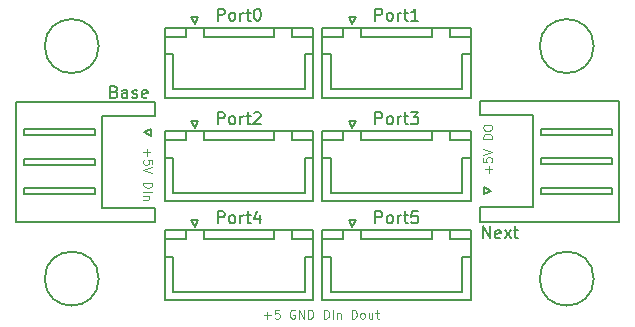
<source format=gbr>
G04 #@! TF.FileFunction,Legend,Top*
%FSLAX46Y46*%
G04 Gerber Fmt 4.6, Leading zero omitted, Abs format (unit mm)*
G04 Created by KiCad (PCBNEW 4.0.2+e4-6225~38~ubuntu15.04.1-stable) date di 02 aug 2016 05:28:45 CEST*
%MOMM*%
G01*
G04 APERTURE LIST*
%ADD10C,0.100000*%
%ADD11C,0.150000*%
G04 APERTURE END LIST*
D10*
X177536071Y-121842357D02*
X177536071Y-121270928D01*
X177821786Y-121556642D02*
X177250357Y-121556642D01*
X177071786Y-120556643D02*
X177071786Y-120913786D01*
X177428929Y-120949500D01*
X177393214Y-120913786D01*
X177357500Y-120842357D01*
X177357500Y-120663786D01*
X177393214Y-120592357D01*
X177428929Y-120556643D01*
X177500357Y-120520928D01*
X177678929Y-120520928D01*
X177750357Y-120556643D01*
X177786071Y-120592357D01*
X177821786Y-120663786D01*
X177821786Y-120842357D01*
X177786071Y-120913786D01*
X177750357Y-120949500D01*
X177071786Y-120306642D02*
X177821786Y-120056642D01*
X177071786Y-119806642D01*
X177821786Y-118985214D02*
X177071786Y-118985214D01*
X177071786Y-118806642D01*
X177107500Y-118699499D01*
X177178929Y-118628071D01*
X177250357Y-118592356D01*
X177393214Y-118556642D01*
X177500357Y-118556642D01*
X177643214Y-118592356D01*
X177714643Y-118628071D01*
X177786071Y-118699499D01*
X177821786Y-118806642D01*
X177821786Y-118985214D01*
X177071786Y-118092356D02*
X177071786Y-117949499D01*
X177107500Y-117878071D01*
X177178929Y-117806642D01*
X177321786Y-117770928D01*
X177571786Y-117770928D01*
X177714643Y-117806642D01*
X177786071Y-117878071D01*
X177821786Y-117949499D01*
X177821786Y-118092356D01*
X177786071Y-118163785D01*
X177714643Y-118235214D01*
X177571786Y-118270928D01*
X177321786Y-118270928D01*
X177178929Y-118235214D01*
X177107500Y-118163785D01*
X177071786Y-118092356D01*
X148599929Y-119840643D02*
X148599929Y-120412072D01*
X148314214Y-120126358D02*
X148885643Y-120126358D01*
X149064214Y-121126357D02*
X149064214Y-120769214D01*
X148707071Y-120733500D01*
X148742786Y-120769214D01*
X148778500Y-120840643D01*
X148778500Y-121019214D01*
X148742786Y-121090643D01*
X148707071Y-121126357D01*
X148635643Y-121162072D01*
X148457071Y-121162072D01*
X148385643Y-121126357D01*
X148349929Y-121090643D01*
X148314214Y-121019214D01*
X148314214Y-120840643D01*
X148349929Y-120769214D01*
X148385643Y-120733500D01*
X149064214Y-121376358D02*
X148314214Y-121626358D01*
X149064214Y-121876358D01*
X148314214Y-122697786D02*
X149064214Y-122697786D01*
X149064214Y-122876358D01*
X149028500Y-122983501D01*
X148957071Y-123054929D01*
X148885643Y-123090644D01*
X148742786Y-123126358D01*
X148635643Y-123126358D01*
X148492786Y-123090644D01*
X148421357Y-123054929D01*
X148349929Y-122983501D01*
X148314214Y-122876358D01*
X148314214Y-122697786D01*
X148314214Y-123447786D02*
X149064214Y-123447786D01*
X148814214Y-123804929D02*
X148314214Y-123804929D01*
X148742786Y-123804929D02*
X148778500Y-123840644D01*
X148814214Y-123912072D01*
X148814214Y-124019215D01*
X148778500Y-124090644D01*
X148707071Y-124126358D01*
X148314214Y-124126358D01*
X158518429Y-133911571D02*
X159089858Y-133911571D01*
X158804144Y-134197286D02*
X158804144Y-133625857D01*
X159804143Y-133447286D02*
X159447000Y-133447286D01*
X159411286Y-133804429D01*
X159447000Y-133768714D01*
X159518429Y-133733000D01*
X159697000Y-133733000D01*
X159768429Y-133768714D01*
X159804143Y-133804429D01*
X159839858Y-133875857D01*
X159839858Y-134054429D01*
X159804143Y-134125857D01*
X159768429Y-134161571D01*
X159697000Y-134197286D01*
X159518429Y-134197286D01*
X159447000Y-134161571D01*
X159411286Y-134125857D01*
X161125573Y-133483000D02*
X161054144Y-133447286D01*
X160947001Y-133447286D01*
X160839858Y-133483000D01*
X160768430Y-133554429D01*
X160732715Y-133625857D01*
X160697001Y-133768714D01*
X160697001Y-133875857D01*
X160732715Y-134018714D01*
X160768430Y-134090143D01*
X160839858Y-134161571D01*
X160947001Y-134197286D01*
X161018430Y-134197286D01*
X161125573Y-134161571D01*
X161161287Y-134125857D01*
X161161287Y-133875857D01*
X161018430Y-133875857D01*
X161482715Y-134197286D02*
X161482715Y-133447286D01*
X161911287Y-134197286D01*
X161911287Y-133447286D01*
X162268429Y-134197286D02*
X162268429Y-133447286D01*
X162447001Y-133447286D01*
X162554144Y-133483000D01*
X162625572Y-133554429D01*
X162661287Y-133625857D01*
X162697001Y-133768714D01*
X162697001Y-133875857D01*
X162661287Y-134018714D01*
X162625572Y-134090143D01*
X162554144Y-134161571D01*
X162447001Y-134197286D01*
X162268429Y-134197286D01*
X163589858Y-134197286D02*
X163589858Y-133447286D01*
X163768430Y-133447286D01*
X163875573Y-133483000D01*
X163947001Y-133554429D01*
X163982716Y-133625857D01*
X164018430Y-133768714D01*
X164018430Y-133875857D01*
X163982716Y-134018714D01*
X163947001Y-134090143D01*
X163875573Y-134161571D01*
X163768430Y-134197286D01*
X163589858Y-134197286D01*
X164339858Y-134197286D02*
X164339858Y-133447286D01*
X164697001Y-133697286D02*
X164697001Y-134197286D01*
X164697001Y-133768714D02*
X164732716Y-133733000D01*
X164804144Y-133697286D01*
X164911287Y-133697286D01*
X164982716Y-133733000D01*
X165018430Y-133804429D01*
X165018430Y-134197286D01*
X165947001Y-134197286D02*
X165947001Y-133447286D01*
X166125573Y-133447286D01*
X166232716Y-133483000D01*
X166304144Y-133554429D01*
X166339859Y-133625857D01*
X166375573Y-133768714D01*
X166375573Y-133875857D01*
X166339859Y-134018714D01*
X166304144Y-134090143D01*
X166232716Y-134161571D01*
X166125573Y-134197286D01*
X165947001Y-134197286D01*
X166804144Y-134197286D02*
X166732716Y-134161571D01*
X166697001Y-134125857D01*
X166661287Y-134054429D01*
X166661287Y-133840143D01*
X166697001Y-133768714D01*
X166732716Y-133733000D01*
X166804144Y-133697286D01*
X166911287Y-133697286D01*
X166982716Y-133733000D01*
X167018430Y-133768714D01*
X167054144Y-133840143D01*
X167054144Y-134054429D01*
X167018430Y-134125857D01*
X166982716Y-134161571D01*
X166911287Y-134197286D01*
X166804144Y-134197286D01*
X167697001Y-133697286D02*
X167697001Y-134197286D01*
X167375572Y-133697286D02*
X167375572Y-134090143D01*
X167411287Y-134161571D01*
X167482715Y-134197286D01*
X167589858Y-134197286D01*
X167661287Y-134161571D01*
X167697001Y-134125857D01*
X167947001Y-133697286D02*
X168232715Y-133697286D01*
X168054143Y-133447286D02*
X168054143Y-134090143D01*
X168089858Y-134161571D01*
X168161286Y-134197286D01*
X168232715Y-134197286D01*
D11*
X186436000Y-130810000D02*
G75*
G03X186436000Y-130810000I-2286000J0D01*
G01*
X186436000Y-111125000D02*
G75*
G03X186436000Y-111125000I-2286000J0D01*
G01*
X144526000Y-130810000D02*
G75*
G03X144526000Y-130810000I-2286000J0D01*
G01*
X144526000Y-111125000D02*
G75*
G03X144526000Y-111125000I-2286000J0D01*
G01*
X137525500Y-120927500D02*
X137525500Y-115827500D01*
X137525500Y-115827500D02*
X149325500Y-115827500D01*
X149325500Y-115827500D02*
X149325500Y-117027500D01*
X149325500Y-117027500D02*
X144825500Y-117027500D01*
X144825500Y-117027500D02*
X144825500Y-120927500D01*
X137525500Y-120927500D02*
X137525500Y-126027500D01*
X137525500Y-126027500D02*
X149325500Y-126027500D01*
X149325500Y-126027500D02*
X149325500Y-124827500D01*
X149325500Y-124827500D02*
X144825500Y-124827500D01*
X144825500Y-124827500D02*
X144825500Y-120927500D01*
X144175500Y-118177500D02*
X138175500Y-118177500D01*
X138175500Y-118177500D02*
X138175500Y-118677500D01*
X138175500Y-118677500D02*
X144175500Y-118677500D01*
X144175500Y-118677500D02*
X144175500Y-118177500D01*
X144175500Y-120677500D02*
X138175500Y-120677500D01*
X138175500Y-120677500D02*
X138175500Y-121177500D01*
X138175500Y-121177500D02*
X144175500Y-121177500D01*
X144175500Y-121177500D02*
X144175500Y-120677500D01*
X144175500Y-123177500D02*
X138175500Y-123177500D01*
X138175500Y-123177500D02*
X138175500Y-123677500D01*
X138175500Y-123677500D02*
X144175500Y-123677500D01*
X144175500Y-123677500D02*
X144175500Y-123177500D01*
X148375500Y-118427500D02*
X148975500Y-118127500D01*
X148975500Y-118127500D02*
X148975500Y-118727500D01*
X148975500Y-118727500D02*
X148375500Y-118427500D01*
X188610500Y-120880500D02*
X188610500Y-125980500D01*
X188610500Y-125980500D02*
X176810500Y-125980500D01*
X176810500Y-125980500D02*
X176810500Y-124780500D01*
X176810500Y-124780500D02*
X181310500Y-124780500D01*
X181310500Y-124780500D02*
X181310500Y-120880500D01*
X188610500Y-120880500D02*
X188610500Y-115780500D01*
X188610500Y-115780500D02*
X176810500Y-115780500D01*
X176810500Y-115780500D02*
X176810500Y-116980500D01*
X176810500Y-116980500D02*
X181310500Y-116980500D01*
X181310500Y-116980500D02*
X181310500Y-120880500D01*
X181960500Y-123630500D02*
X187960500Y-123630500D01*
X187960500Y-123630500D02*
X187960500Y-123130500D01*
X187960500Y-123130500D02*
X181960500Y-123130500D01*
X181960500Y-123130500D02*
X181960500Y-123630500D01*
X181960500Y-121130500D02*
X187960500Y-121130500D01*
X187960500Y-121130500D02*
X187960500Y-120630500D01*
X187960500Y-120630500D02*
X181960500Y-120630500D01*
X181960500Y-120630500D02*
X181960500Y-121130500D01*
X181960500Y-118630500D02*
X187960500Y-118630500D01*
X187960500Y-118630500D02*
X187960500Y-118130500D01*
X187960500Y-118130500D02*
X181960500Y-118130500D01*
X181960500Y-118130500D02*
X181960500Y-118630500D01*
X177760500Y-123380500D02*
X177160500Y-123680500D01*
X177160500Y-123680500D02*
X177160500Y-123080500D01*
X177160500Y-123080500D02*
X177760500Y-123380500D01*
X150104000Y-109564000D02*
X150104000Y-115514000D01*
X150104000Y-115514000D02*
X162704000Y-115514000D01*
X162704000Y-115514000D02*
X162704000Y-109564000D01*
X162704000Y-109564000D02*
X150104000Y-109564000D01*
X153404000Y-109564000D02*
X153404000Y-110314000D01*
X153404000Y-110314000D02*
X159404000Y-110314000D01*
X159404000Y-110314000D02*
X159404000Y-109564000D01*
X159404000Y-109564000D02*
X153404000Y-109564000D01*
X150104000Y-109564000D02*
X150104000Y-110314000D01*
X150104000Y-110314000D02*
X151904000Y-110314000D01*
X151904000Y-110314000D02*
X151904000Y-109564000D01*
X151904000Y-109564000D02*
X150104000Y-109564000D01*
X160904000Y-109564000D02*
X160904000Y-110314000D01*
X160904000Y-110314000D02*
X162704000Y-110314000D01*
X162704000Y-110314000D02*
X162704000Y-109564000D01*
X162704000Y-109564000D02*
X160904000Y-109564000D01*
X150104000Y-111814000D02*
X150854000Y-111814000D01*
X150854000Y-111814000D02*
X150854000Y-114764000D01*
X150854000Y-114764000D02*
X156404000Y-114764000D01*
X162704000Y-111814000D02*
X161954000Y-111814000D01*
X161954000Y-111814000D02*
X161954000Y-114764000D01*
X161954000Y-114764000D02*
X156404000Y-114764000D01*
X152654000Y-109264000D02*
X152354000Y-108664000D01*
X152354000Y-108664000D02*
X152954000Y-108664000D01*
X152954000Y-108664000D02*
X152654000Y-109264000D01*
X163439000Y-109564000D02*
X163439000Y-115514000D01*
X163439000Y-115514000D02*
X176039000Y-115514000D01*
X176039000Y-115514000D02*
X176039000Y-109564000D01*
X176039000Y-109564000D02*
X163439000Y-109564000D01*
X166739000Y-109564000D02*
X166739000Y-110314000D01*
X166739000Y-110314000D02*
X172739000Y-110314000D01*
X172739000Y-110314000D02*
X172739000Y-109564000D01*
X172739000Y-109564000D02*
X166739000Y-109564000D01*
X163439000Y-109564000D02*
X163439000Y-110314000D01*
X163439000Y-110314000D02*
X165239000Y-110314000D01*
X165239000Y-110314000D02*
X165239000Y-109564000D01*
X165239000Y-109564000D02*
X163439000Y-109564000D01*
X174239000Y-109564000D02*
X174239000Y-110314000D01*
X174239000Y-110314000D02*
X176039000Y-110314000D01*
X176039000Y-110314000D02*
X176039000Y-109564000D01*
X176039000Y-109564000D02*
X174239000Y-109564000D01*
X163439000Y-111814000D02*
X164189000Y-111814000D01*
X164189000Y-111814000D02*
X164189000Y-114764000D01*
X164189000Y-114764000D02*
X169739000Y-114764000D01*
X176039000Y-111814000D02*
X175289000Y-111814000D01*
X175289000Y-111814000D02*
X175289000Y-114764000D01*
X175289000Y-114764000D02*
X169739000Y-114764000D01*
X165989000Y-109264000D02*
X165689000Y-108664000D01*
X165689000Y-108664000D02*
X166289000Y-108664000D01*
X166289000Y-108664000D02*
X165989000Y-109264000D01*
X150104000Y-118327000D02*
X150104000Y-124277000D01*
X150104000Y-124277000D02*
X162704000Y-124277000D01*
X162704000Y-124277000D02*
X162704000Y-118327000D01*
X162704000Y-118327000D02*
X150104000Y-118327000D01*
X153404000Y-118327000D02*
X153404000Y-119077000D01*
X153404000Y-119077000D02*
X159404000Y-119077000D01*
X159404000Y-119077000D02*
X159404000Y-118327000D01*
X159404000Y-118327000D02*
X153404000Y-118327000D01*
X150104000Y-118327000D02*
X150104000Y-119077000D01*
X150104000Y-119077000D02*
X151904000Y-119077000D01*
X151904000Y-119077000D02*
X151904000Y-118327000D01*
X151904000Y-118327000D02*
X150104000Y-118327000D01*
X160904000Y-118327000D02*
X160904000Y-119077000D01*
X160904000Y-119077000D02*
X162704000Y-119077000D01*
X162704000Y-119077000D02*
X162704000Y-118327000D01*
X162704000Y-118327000D02*
X160904000Y-118327000D01*
X150104000Y-120577000D02*
X150854000Y-120577000D01*
X150854000Y-120577000D02*
X150854000Y-123527000D01*
X150854000Y-123527000D02*
X156404000Y-123527000D01*
X162704000Y-120577000D02*
X161954000Y-120577000D01*
X161954000Y-120577000D02*
X161954000Y-123527000D01*
X161954000Y-123527000D02*
X156404000Y-123527000D01*
X152654000Y-118027000D02*
X152354000Y-117427000D01*
X152354000Y-117427000D02*
X152954000Y-117427000D01*
X152954000Y-117427000D02*
X152654000Y-118027000D01*
X163439000Y-118327000D02*
X163439000Y-124277000D01*
X163439000Y-124277000D02*
X176039000Y-124277000D01*
X176039000Y-124277000D02*
X176039000Y-118327000D01*
X176039000Y-118327000D02*
X163439000Y-118327000D01*
X166739000Y-118327000D02*
X166739000Y-119077000D01*
X166739000Y-119077000D02*
X172739000Y-119077000D01*
X172739000Y-119077000D02*
X172739000Y-118327000D01*
X172739000Y-118327000D02*
X166739000Y-118327000D01*
X163439000Y-118327000D02*
X163439000Y-119077000D01*
X163439000Y-119077000D02*
X165239000Y-119077000D01*
X165239000Y-119077000D02*
X165239000Y-118327000D01*
X165239000Y-118327000D02*
X163439000Y-118327000D01*
X174239000Y-118327000D02*
X174239000Y-119077000D01*
X174239000Y-119077000D02*
X176039000Y-119077000D01*
X176039000Y-119077000D02*
X176039000Y-118327000D01*
X176039000Y-118327000D02*
X174239000Y-118327000D01*
X163439000Y-120577000D02*
X164189000Y-120577000D01*
X164189000Y-120577000D02*
X164189000Y-123527000D01*
X164189000Y-123527000D02*
X169739000Y-123527000D01*
X176039000Y-120577000D02*
X175289000Y-120577000D01*
X175289000Y-120577000D02*
X175289000Y-123527000D01*
X175289000Y-123527000D02*
X169739000Y-123527000D01*
X165989000Y-118027000D02*
X165689000Y-117427000D01*
X165689000Y-117427000D02*
X166289000Y-117427000D01*
X166289000Y-117427000D02*
X165989000Y-118027000D01*
X150104000Y-126709000D02*
X150104000Y-132659000D01*
X150104000Y-132659000D02*
X162704000Y-132659000D01*
X162704000Y-132659000D02*
X162704000Y-126709000D01*
X162704000Y-126709000D02*
X150104000Y-126709000D01*
X153404000Y-126709000D02*
X153404000Y-127459000D01*
X153404000Y-127459000D02*
X159404000Y-127459000D01*
X159404000Y-127459000D02*
X159404000Y-126709000D01*
X159404000Y-126709000D02*
X153404000Y-126709000D01*
X150104000Y-126709000D02*
X150104000Y-127459000D01*
X150104000Y-127459000D02*
X151904000Y-127459000D01*
X151904000Y-127459000D02*
X151904000Y-126709000D01*
X151904000Y-126709000D02*
X150104000Y-126709000D01*
X160904000Y-126709000D02*
X160904000Y-127459000D01*
X160904000Y-127459000D02*
X162704000Y-127459000D01*
X162704000Y-127459000D02*
X162704000Y-126709000D01*
X162704000Y-126709000D02*
X160904000Y-126709000D01*
X150104000Y-128959000D02*
X150854000Y-128959000D01*
X150854000Y-128959000D02*
X150854000Y-131909000D01*
X150854000Y-131909000D02*
X156404000Y-131909000D01*
X162704000Y-128959000D02*
X161954000Y-128959000D01*
X161954000Y-128959000D02*
X161954000Y-131909000D01*
X161954000Y-131909000D02*
X156404000Y-131909000D01*
X152654000Y-126409000D02*
X152354000Y-125809000D01*
X152354000Y-125809000D02*
X152954000Y-125809000D01*
X152954000Y-125809000D02*
X152654000Y-126409000D01*
X163439000Y-126709000D02*
X163439000Y-132659000D01*
X163439000Y-132659000D02*
X176039000Y-132659000D01*
X176039000Y-132659000D02*
X176039000Y-126709000D01*
X176039000Y-126709000D02*
X163439000Y-126709000D01*
X166739000Y-126709000D02*
X166739000Y-127459000D01*
X166739000Y-127459000D02*
X172739000Y-127459000D01*
X172739000Y-127459000D02*
X172739000Y-126709000D01*
X172739000Y-126709000D02*
X166739000Y-126709000D01*
X163439000Y-126709000D02*
X163439000Y-127459000D01*
X163439000Y-127459000D02*
X165239000Y-127459000D01*
X165239000Y-127459000D02*
X165239000Y-126709000D01*
X165239000Y-126709000D02*
X163439000Y-126709000D01*
X174239000Y-126709000D02*
X174239000Y-127459000D01*
X174239000Y-127459000D02*
X176039000Y-127459000D01*
X176039000Y-127459000D02*
X176039000Y-126709000D01*
X176039000Y-126709000D02*
X174239000Y-126709000D01*
X163439000Y-128959000D02*
X164189000Y-128959000D01*
X164189000Y-128959000D02*
X164189000Y-131909000D01*
X164189000Y-131909000D02*
X169739000Y-131909000D01*
X176039000Y-128959000D02*
X175289000Y-128959000D01*
X175289000Y-128959000D02*
X175289000Y-131909000D01*
X175289000Y-131909000D02*
X169739000Y-131909000D01*
X165989000Y-126409000D02*
X165689000Y-125809000D01*
X165689000Y-125809000D02*
X166289000Y-125809000D01*
X166289000Y-125809000D02*
X165989000Y-126409000D01*
X145851715Y-114990571D02*
X145994572Y-115038190D01*
X146042191Y-115085810D01*
X146089810Y-115181048D01*
X146089810Y-115323905D01*
X146042191Y-115419143D01*
X145994572Y-115466762D01*
X145899334Y-115514381D01*
X145518381Y-115514381D01*
X145518381Y-114514381D01*
X145851715Y-114514381D01*
X145946953Y-114562000D01*
X145994572Y-114609619D01*
X146042191Y-114704857D01*
X146042191Y-114800095D01*
X145994572Y-114895333D01*
X145946953Y-114942952D01*
X145851715Y-114990571D01*
X145518381Y-114990571D01*
X146946953Y-115514381D02*
X146946953Y-114990571D01*
X146899334Y-114895333D01*
X146804096Y-114847714D01*
X146613619Y-114847714D01*
X146518381Y-114895333D01*
X146946953Y-115466762D02*
X146851715Y-115514381D01*
X146613619Y-115514381D01*
X146518381Y-115466762D01*
X146470762Y-115371524D01*
X146470762Y-115276286D01*
X146518381Y-115181048D01*
X146613619Y-115133429D01*
X146851715Y-115133429D01*
X146946953Y-115085810D01*
X147375524Y-115466762D02*
X147470762Y-115514381D01*
X147661238Y-115514381D01*
X147756477Y-115466762D01*
X147804096Y-115371524D01*
X147804096Y-115323905D01*
X147756477Y-115228667D01*
X147661238Y-115181048D01*
X147518381Y-115181048D01*
X147423143Y-115133429D01*
X147375524Y-115038190D01*
X147375524Y-114990571D01*
X147423143Y-114895333D01*
X147518381Y-114847714D01*
X147661238Y-114847714D01*
X147756477Y-114895333D01*
X148613620Y-115466762D02*
X148518382Y-115514381D01*
X148327905Y-115514381D01*
X148232667Y-115466762D01*
X148185048Y-115371524D01*
X148185048Y-114990571D01*
X148232667Y-114895333D01*
X148327905Y-114847714D01*
X148518382Y-114847714D01*
X148613620Y-114895333D01*
X148661239Y-114990571D01*
X148661239Y-115085810D01*
X148185048Y-115181048D01*
X177093738Y-127388881D02*
X177093738Y-126388881D01*
X177665167Y-127388881D01*
X177665167Y-126388881D01*
X178522310Y-127341262D02*
X178427072Y-127388881D01*
X178236595Y-127388881D01*
X178141357Y-127341262D01*
X178093738Y-127246024D01*
X178093738Y-126865071D01*
X178141357Y-126769833D01*
X178236595Y-126722214D01*
X178427072Y-126722214D01*
X178522310Y-126769833D01*
X178569929Y-126865071D01*
X178569929Y-126960310D01*
X178093738Y-127055548D01*
X178903262Y-127388881D02*
X179427072Y-126722214D01*
X178903262Y-126722214D02*
X179427072Y-127388881D01*
X179665167Y-126722214D02*
X180046119Y-126722214D01*
X179808024Y-126388881D02*
X179808024Y-127246024D01*
X179855643Y-127341262D01*
X179950881Y-127388881D01*
X180046119Y-127388881D01*
X154618285Y-108966381D02*
X154618285Y-107966381D01*
X154999238Y-107966381D01*
X155094476Y-108014000D01*
X155142095Y-108061619D01*
X155189714Y-108156857D01*
X155189714Y-108299714D01*
X155142095Y-108394952D01*
X155094476Y-108442571D01*
X154999238Y-108490190D01*
X154618285Y-108490190D01*
X155761142Y-108966381D02*
X155665904Y-108918762D01*
X155618285Y-108871143D01*
X155570666Y-108775905D01*
X155570666Y-108490190D01*
X155618285Y-108394952D01*
X155665904Y-108347333D01*
X155761142Y-108299714D01*
X155904000Y-108299714D01*
X155999238Y-108347333D01*
X156046857Y-108394952D01*
X156094476Y-108490190D01*
X156094476Y-108775905D01*
X156046857Y-108871143D01*
X155999238Y-108918762D01*
X155904000Y-108966381D01*
X155761142Y-108966381D01*
X156523047Y-108966381D02*
X156523047Y-108299714D01*
X156523047Y-108490190D02*
X156570666Y-108394952D01*
X156618285Y-108347333D01*
X156713523Y-108299714D01*
X156808762Y-108299714D01*
X156999238Y-108299714D02*
X157380190Y-108299714D01*
X157142095Y-107966381D02*
X157142095Y-108823524D01*
X157189714Y-108918762D01*
X157284952Y-108966381D01*
X157380190Y-108966381D01*
X157904000Y-107966381D02*
X157999239Y-107966381D01*
X158094477Y-108014000D01*
X158142096Y-108061619D01*
X158189715Y-108156857D01*
X158237334Y-108347333D01*
X158237334Y-108585429D01*
X158189715Y-108775905D01*
X158142096Y-108871143D01*
X158094477Y-108918762D01*
X157999239Y-108966381D01*
X157904000Y-108966381D01*
X157808762Y-108918762D01*
X157761143Y-108871143D01*
X157713524Y-108775905D01*
X157665905Y-108585429D01*
X157665905Y-108347333D01*
X157713524Y-108156857D01*
X157761143Y-108061619D01*
X157808762Y-108014000D01*
X157904000Y-107966381D01*
X167953285Y-108966381D02*
X167953285Y-107966381D01*
X168334238Y-107966381D01*
X168429476Y-108014000D01*
X168477095Y-108061619D01*
X168524714Y-108156857D01*
X168524714Y-108299714D01*
X168477095Y-108394952D01*
X168429476Y-108442571D01*
X168334238Y-108490190D01*
X167953285Y-108490190D01*
X169096142Y-108966381D02*
X169000904Y-108918762D01*
X168953285Y-108871143D01*
X168905666Y-108775905D01*
X168905666Y-108490190D01*
X168953285Y-108394952D01*
X169000904Y-108347333D01*
X169096142Y-108299714D01*
X169239000Y-108299714D01*
X169334238Y-108347333D01*
X169381857Y-108394952D01*
X169429476Y-108490190D01*
X169429476Y-108775905D01*
X169381857Y-108871143D01*
X169334238Y-108918762D01*
X169239000Y-108966381D01*
X169096142Y-108966381D01*
X169858047Y-108966381D02*
X169858047Y-108299714D01*
X169858047Y-108490190D02*
X169905666Y-108394952D01*
X169953285Y-108347333D01*
X170048523Y-108299714D01*
X170143762Y-108299714D01*
X170334238Y-108299714D02*
X170715190Y-108299714D01*
X170477095Y-107966381D02*
X170477095Y-108823524D01*
X170524714Y-108918762D01*
X170619952Y-108966381D01*
X170715190Y-108966381D01*
X171572334Y-108966381D02*
X171000905Y-108966381D01*
X171286619Y-108966381D02*
X171286619Y-107966381D01*
X171191381Y-108109238D01*
X171096143Y-108204476D01*
X171000905Y-108252095D01*
X154618285Y-117729381D02*
X154618285Y-116729381D01*
X154999238Y-116729381D01*
X155094476Y-116777000D01*
X155142095Y-116824619D01*
X155189714Y-116919857D01*
X155189714Y-117062714D01*
X155142095Y-117157952D01*
X155094476Y-117205571D01*
X154999238Y-117253190D01*
X154618285Y-117253190D01*
X155761142Y-117729381D02*
X155665904Y-117681762D01*
X155618285Y-117634143D01*
X155570666Y-117538905D01*
X155570666Y-117253190D01*
X155618285Y-117157952D01*
X155665904Y-117110333D01*
X155761142Y-117062714D01*
X155904000Y-117062714D01*
X155999238Y-117110333D01*
X156046857Y-117157952D01*
X156094476Y-117253190D01*
X156094476Y-117538905D01*
X156046857Y-117634143D01*
X155999238Y-117681762D01*
X155904000Y-117729381D01*
X155761142Y-117729381D01*
X156523047Y-117729381D02*
X156523047Y-117062714D01*
X156523047Y-117253190D02*
X156570666Y-117157952D01*
X156618285Y-117110333D01*
X156713523Y-117062714D01*
X156808762Y-117062714D01*
X156999238Y-117062714D02*
X157380190Y-117062714D01*
X157142095Y-116729381D02*
X157142095Y-117586524D01*
X157189714Y-117681762D01*
X157284952Y-117729381D01*
X157380190Y-117729381D01*
X157665905Y-116824619D02*
X157713524Y-116777000D01*
X157808762Y-116729381D01*
X158046858Y-116729381D01*
X158142096Y-116777000D01*
X158189715Y-116824619D01*
X158237334Y-116919857D01*
X158237334Y-117015095D01*
X158189715Y-117157952D01*
X157618286Y-117729381D01*
X158237334Y-117729381D01*
X167953285Y-117729381D02*
X167953285Y-116729381D01*
X168334238Y-116729381D01*
X168429476Y-116777000D01*
X168477095Y-116824619D01*
X168524714Y-116919857D01*
X168524714Y-117062714D01*
X168477095Y-117157952D01*
X168429476Y-117205571D01*
X168334238Y-117253190D01*
X167953285Y-117253190D01*
X169096142Y-117729381D02*
X169000904Y-117681762D01*
X168953285Y-117634143D01*
X168905666Y-117538905D01*
X168905666Y-117253190D01*
X168953285Y-117157952D01*
X169000904Y-117110333D01*
X169096142Y-117062714D01*
X169239000Y-117062714D01*
X169334238Y-117110333D01*
X169381857Y-117157952D01*
X169429476Y-117253190D01*
X169429476Y-117538905D01*
X169381857Y-117634143D01*
X169334238Y-117681762D01*
X169239000Y-117729381D01*
X169096142Y-117729381D01*
X169858047Y-117729381D02*
X169858047Y-117062714D01*
X169858047Y-117253190D02*
X169905666Y-117157952D01*
X169953285Y-117110333D01*
X170048523Y-117062714D01*
X170143762Y-117062714D01*
X170334238Y-117062714D02*
X170715190Y-117062714D01*
X170477095Y-116729381D02*
X170477095Y-117586524D01*
X170524714Y-117681762D01*
X170619952Y-117729381D01*
X170715190Y-117729381D01*
X170953286Y-116729381D02*
X171572334Y-116729381D01*
X171239000Y-117110333D01*
X171381858Y-117110333D01*
X171477096Y-117157952D01*
X171524715Y-117205571D01*
X171572334Y-117300810D01*
X171572334Y-117538905D01*
X171524715Y-117634143D01*
X171477096Y-117681762D01*
X171381858Y-117729381D01*
X171096143Y-117729381D01*
X171000905Y-117681762D01*
X170953286Y-117634143D01*
X154618285Y-126111381D02*
X154618285Y-125111381D01*
X154999238Y-125111381D01*
X155094476Y-125159000D01*
X155142095Y-125206619D01*
X155189714Y-125301857D01*
X155189714Y-125444714D01*
X155142095Y-125539952D01*
X155094476Y-125587571D01*
X154999238Y-125635190D01*
X154618285Y-125635190D01*
X155761142Y-126111381D02*
X155665904Y-126063762D01*
X155618285Y-126016143D01*
X155570666Y-125920905D01*
X155570666Y-125635190D01*
X155618285Y-125539952D01*
X155665904Y-125492333D01*
X155761142Y-125444714D01*
X155904000Y-125444714D01*
X155999238Y-125492333D01*
X156046857Y-125539952D01*
X156094476Y-125635190D01*
X156094476Y-125920905D01*
X156046857Y-126016143D01*
X155999238Y-126063762D01*
X155904000Y-126111381D01*
X155761142Y-126111381D01*
X156523047Y-126111381D02*
X156523047Y-125444714D01*
X156523047Y-125635190D02*
X156570666Y-125539952D01*
X156618285Y-125492333D01*
X156713523Y-125444714D01*
X156808762Y-125444714D01*
X156999238Y-125444714D02*
X157380190Y-125444714D01*
X157142095Y-125111381D02*
X157142095Y-125968524D01*
X157189714Y-126063762D01*
X157284952Y-126111381D01*
X157380190Y-126111381D01*
X158142096Y-125444714D02*
X158142096Y-126111381D01*
X157904000Y-125063762D02*
X157665905Y-125778048D01*
X158284953Y-125778048D01*
X167953285Y-126111381D02*
X167953285Y-125111381D01*
X168334238Y-125111381D01*
X168429476Y-125159000D01*
X168477095Y-125206619D01*
X168524714Y-125301857D01*
X168524714Y-125444714D01*
X168477095Y-125539952D01*
X168429476Y-125587571D01*
X168334238Y-125635190D01*
X167953285Y-125635190D01*
X169096142Y-126111381D02*
X169000904Y-126063762D01*
X168953285Y-126016143D01*
X168905666Y-125920905D01*
X168905666Y-125635190D01*
X168953285Y-125539952D01*
X169000904Y-125492333D01*
X169096142Y-125444714D01*
X169239000Y-125444714D01*
X169334238Y-125492333D01*
X169381857Y-125539952D01*
X169429476Y-125635190D01*
X169429476Y-125920905D01*
X169381857Y-126016143D01*
X169334238Y-126063762D01*
X169239000Y-126111381D01*
X169096142Y-126111381D01*
X169858047Y-126111381D02*
X169858047Y-125444714D01*
X169858047Y-125635190D02*
X169905666Y-125539952D01*
X169953285Y-125492333D01*
X170048523Y-125444714D01*
X170143762Y-125444714D01*
X170334238Y-125444714D02*
X170715190Y-125444714D01*
X170477095Y-125111381D02*
X170477095Y-125968524D01*
X170524714Y-126063762D01*
X170619952Y-126111381D01*
X170715190Y-126111381D01*
X171524715Y-125111381D02*
X171048524Y-125111381D01*
X171000905Y-125587571D01*
X171048524Y-125539952D01*
X171143762Y-125492333D01*
X171381858Y-125492333D01*
X171477096Y-125539952D01*
X171524715Y-125587571D01*
X171572334Y-125682810D01*
X171572334Y-125920905D01*
X171524715Y-126016143D01*
X171477096Y-126063762D01*
X171381858Y-126111381D01*
X171143762Y-126111381D01*
X171048524Y-126063762D01*
X171000905Y-126016143D01*
M02*

</source>
